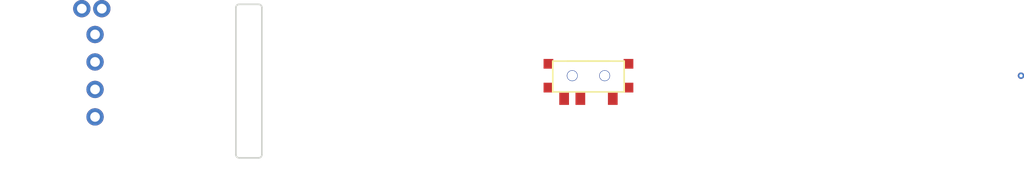
<source format=kicad_pcb>


(kicad_pcb (version 20171130) (host pcbnew 5.1.6)

  (page A3)
  (title_block
    (title "pcb")
    (rev "v9.9")
    (company "Ergogen Tests")
  )

  (general
    (thickness 1.6)
  )

  (layers
    (0 F.Cu signal)
    (31 B.Cu signal)
    (32 B.Adhes user)
    (33 F.Adhes user)
    (34 B.Paste user)
    (35 F.Paste user)
    (36 B.SilkS user)
    (37 F.SilkS user)
    (38 B.Mask user)
    (39 F.Mask user)
    (40 Dwgs.User user)
    (41 Cmts.User user)
    (42 Eco1.User user)
    (43 Eco2.User user)
    (44 Edge.Cuts user)
    (45 Margin user)
    (46 B.CrtYd user)
    (47 F.CrtYd user)
    (48 B.Fab user)
    (49 F.Fab user)
  )

  (setup
    (last_trace_width 0.25)
    (trace_clearance 0.2)
    (zone_clearance 0.508)
    (zone_45_only no)
    (trace_min 0.2)
    (via_size 0.8)
    (via_drill 0.4)
    (via_min_size 0.4)
    (via_min_drill 0.3)
    (uvia_size 0.3)
    (uvia_drill 0.1)
    (uvias_allowed no)
    (uvia_min_size 0.2)
    (uvia_min_drill 0.1)
    (edge_width 0.05)
    (segment_width 0.2)
    (pcb_text_width 0.3)
    (pcb_text_size 1.5 1.5)
    (mod_edge_width 0.12)
    (mod_text_size 1 1)
    (mod_text_width 0.15)
    (pad_size 1.524 1.524)
    (pad_drill 0.762)
    (pad_to_mask_clearance 0.05)
    (aux_axis_origin 0 0)
    (visible_elements FFFFFF7F)
    (pcbplotparams
      (layerselection 0x010fc_ffffffff)
      (usegerberextensions false)
      (usegerberattributes true)
      (usegerberadvancedattributes true)
      (creategerberjobfile true)
      (excludeedgelayer true)
      (linewidth 0.100000)
      (plotframeref false)
      (viasonmask false)
      (mode 1)
      (useauxorigin false)
      (hpglpennumber 1)
      (hpglpenspeed 20)
      (hpglpendiameter 15.000000)
      (psnegative false)
      (psa4output false)
      (plotreference true)
      (plotvalue true)
      (plotinvisibletext false)
      (padsonsilk false)
      (subtractmaskfromsilk false)
      (outputformat 1)
      (mirror false)
      (drillshape 1)
      (scaleselection 1)
      (outputdirectory ""))
  )

  (net 0 "")
(net 1 "sw_from")
(net 2 "sw_to")
(net 3 "sw_a")
(net 4 "sw_b")
(net 5 "sw_c")
(net 6 "sw_d")
(net 7 "sl_from")
(net 8 "sl_to")
(net 9 "gnd")

  (net_class Default "This is the default net class."
    (clearance 0.2)
    (trace_width 0.25)
    (via_dia 0.8)
    (via_drill 0.4)
    (uvia_dia 0.3)
    (uvia_drill 0.1)
    (add_net "")
(add_net "sw_from")
(add_net "sw_to")
(add_net "sw_a")
(add_net "sw_b")
(add_net "sw_c")
(add_net "sw_d")
(add_net "sl_from")
(add_net "sl_to")
(add_net "gnd")
  )

  
    
        (module RollerEncoder_Panasonic_EVQWGD001 (layer F.Cu) (tedit 6040A10C)
        (at 0 0 0)   
        (fp_text reference REF** (at 0 0 0) (layer F.Fab) (effects (font (size 1 1) (thickness 0.15))))
        (fp_text value RollerEncoder_Panasonic_EVQWGD001 (at -0.1 9 0) (layer F.Fab) (effects (font (size 1 1) (thickness 0.15))))
        
        
        (fp_line (start -8.4 -6.4) (end 8.4 -6.4) (layer Dwgs.User) (width 0.12))
        (fp_line (start 8.4 -6.4) (end 8.4 7.4) (layer Dwgs.User) (width 0.12))
        (fp_line (start 8.4 7.4) (end -8.4 7.4) (layer Dwgs.User) (width 0.12))
        (fp_line (start -8.4 7.4) (end -8.4 -6.4) (layer Dwgs.User) (width 0.12))
      
        
          
          (fp_line (start 9.8 7.3) (end 9.8 -6.3) (layer Edge.Cuts) (width 0.15))
          (fp_line (start 7.4 -6.3) (end 7.4 7.3) (layer Edge.Cuts) (width 0.15))
          (fp_line (start 9.5 -6.6) (end 7.7 -6.6) (layer Edge.Cuts) (width 0.15))
          (fp_line (start 7.7 7.6) (end 9.5 7.6) (layer Edge.Cuts) (width 0.15))
          (fp_arc (start 7.7 7.3) (end 7.4 7.3) (angle -90) (layer Edge.Cuts) (width 0.15))
          (fp_arc (start 9.5 7.3) (end 9.5 7.6) (angle -90) (layer Edge.Cuts) (width 0.15))
          (fp_arc (start 7.7 -6.3) (end 7.7 -6.6) (angle -90) (layer Edge.Cuts) (width 0.15))
          (fp_arc (start 9.5 -6.3) (end 9.8 -6.3) (angle -90) (layer Edge.Cuts) (width 0.15))

          
          (pad S1 thru_hole circle (at -6.85 -6.2 0) (size 1.6 1.6) (drill 0.9) (layers *.Cu *.Mask) (net 1 "sw_from"))
          (pad S2 thru_hole circle (at -5 -6.2 0) (size 1.6 1.6) (drill 0.9) (layers *.Cu *.Mask) (net 2 "sw_to"))
          (pad A thru_hole circle (at -5.625 -3.81 0) (size 1.6 1.6) (drill 0.9) (layers *.Cu *.Mask) (net 3 "sw_a"))
          (pad B thru_hole circle (at -5.625 -1.27 0) (size 1.6 1.6) (drill 0.9) (layers *.Cu *.Mask) (net 4 "sw_b"))
          (pad C thru_hole circle (at -5.625 1.27 0) (size 1.6 1.6) (drill 0.9) (layers *.Cu *.Mask) (net 5 "sw_c"))
          (pad D thru_hole circle (at -5.625 3.81 0) (size 1.6 1.6) (drill 0.9) (layers *.Cu *.Mask) (net 6 "sw_d"))

          
          (pad "" np_thru_hole circle (at -5.625 6.3 0) (size 1.5 1.5) (drill 1.5) (layers *.Cu *.Mask))
        )
        

        
        (module E73:SPDT_C128955 (layer F.Cu) (tstamp 5BF2CC3C)

            (at 40 0 0)

            
            (fp_text reference "T1" (at 0 0) (layer F.SilkS) hide (effects (font (size 1.27 1.27) (thickness 0.15))))
            (fp_text value "" (at 0 0) (layer F.SilkS) hide (effects (font (size 1.27 1.27) (thickness 0.15))))
            
            
            (fp_line (start 1.95 -1.35) (end -1.95 -1.35) (layer F.SilkS) (width 0.15))
            (fp_line (start 0 -1.35) (end -3.3 -1.35) (layer F.SilkS) (width 0.15))
            (fp_line (start -3.3 -1.35) (end -3.3 1.5) (layer F.SilkS) (width 0.15))
            (fp_line (start -3.3 1.5) (end 3.3 1.5) (layer F.SilkS) (width 0.15))
            (fp_line (start 3.3 1.5) (end 3.3 -1.35) (layer F.SilkS) (width 0.15))
            (fp_line (start 0 -1.35) (end 3.3 -1.35) (layer F.SilkS) (width 0.15))
            
            
            (fp_line (start -1.95 -3.85) (end 1.95 -3.85) (layer Dwgs.User) (width 0.15))
            (fp_line (start 1.95 -3.85) (end 1.95 -1.35) (layer Dwgs.User) (width 0.15))
            (fp_line (start -1.95 -1.35) (end -1.95 -3.85) (layer Dwgs.User) (width 0.15))
            
            
            (pad "" np_thru_hole circle (at 1.5 0) (size 1 1) (drill 0.9) (layers *.Cu *.Mask))
            (pad "" np_thru_hole circle (at -1.5 0) (size 1 1) (drill 0.9) (layers *.Cu *.Mask))

            
            (pad 1 smd rect (at 2.25 2.075 0) (size 0.9 1.25) (layers F.Cu F.Paste F.Mask) (net 7 "sl_from"))
            (pad 2 smd rect (at -0.75 2.075 0) (size 0.9 1.25) (layers F.Cu F.Paste F.Mask) (net 8 "sl_to"))
            (pad 3 smd rect (at -2.25 2.075 0) (size 0.9 1.25) (layers F.Cu F.Paste F.Mask))
            
            
            (pad "" smd rect (at 3.7 -1.1 0) (size 0.9 0.9) (layers F.Cu F.Paste F.Mask))
            (pad "" smd rect (at 3.7 1.1 0) (size 0.9 0.9) (layers F.Cu F.Paste F.Mask))
            (pad "" smd rect (at -3.7 1.1 0) (size 0.9 0.9) (layers F.Cu F.Paste F.Mask))
            (pad "" smd rect (at -3.7 -1.1 0) (size 0.9 0.9) (layers F.Cu F.Paste F.Mask))
        )
        
        

      (module VIA-0.6mm (layer F.Cu) (tedit 591DBFB0)
      (at 80 0 0)   
      
      (fp_text reference REF** (at 0 1.4) (layer F.SilkS) hide (effects (font (size 1 1) (thickness 0.15))))
      (fp_text value VIA-0.6mm (at 0 -1.4) (layer F.Fab) hide (effects (font (size 1 1) (thickness 0.15))))

      
      (pad 1 thru_hole circle (at 0 0) (size 0.6 0.6) (drill 0.3) (layers *.Cu) (zone_connect 2) (net 9 "gnd"))
      )
        
  

)
</source>
